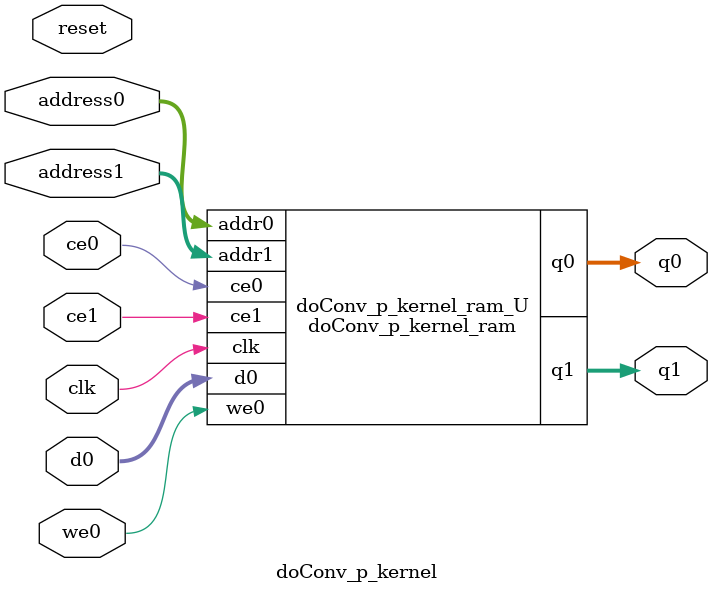
<source format=v>
`timescale 1 ns / 1 ps
module doConv_p_kernel_ram (addr0, ce0, d0, we0, q0, addr1, ce1, q1,  clk);

parameter DWIDTH = 8;
parameter AWIDTH = 4;
parameter MEM_SIZE = 9;

input[AWIDTH-1:0] addr0;
input ce0;
input[DWIDTH-1:0] d0;
input we0;
output reg[DWIDTH-1:0] q0;
input[AWIDTH-1:0] addr1;
input ce1;
output reg[DWIDTH-1:0] q1;
input clk;

(* ram_style = "distributed" *)reg [DWIDTH-1:0] ram[0:MEM_SIZE-1];




always @(posedge clk)  
begin 
    if (ce0) begin
        if (we0) 
            ram[addr0] <= d0; 
        q0 <= ram[addr0];
    end
end


always @(posedge clk)  
begin 
    if (ce1) begin
        q1 <= ram[addr1];
    end
end


endmodule

`timescale 1 ns / 1 ps
module doConv_p_kernel(
    reset,
    clk,
    address0,
    ce0,
    we0,
    d0,
    q0,
    address1,
    ce1,
    q1);

parameter DataWidth = 32'd8;
parameter AddressRange = 32'd9;
parameter AddressWidth = 32'd4;
input reset;
input clk;
input[AddressWidth - 1:0] address0;
input ce0;
input we0;
input[DataWidth - 1:0] d0;
output[DataWidth - 1:0] q0;
input[AddressWidth - 1:0] address1;
input ce1;
output[DataWidth - 1:0] q1;



doConv_p_kernel_ram doConv_p_kernel_ram_U(
    .clk( clk ),
    .addr0( address0 ),
    .ce0( ce0 ),
    .we0( we0 ),
    .d0( d0 ),
    .q0( q0 ),
    .addr1( address1 ),
    .ce1( ce1 ),
    .q1( q1 ));

endmodule


</source>
